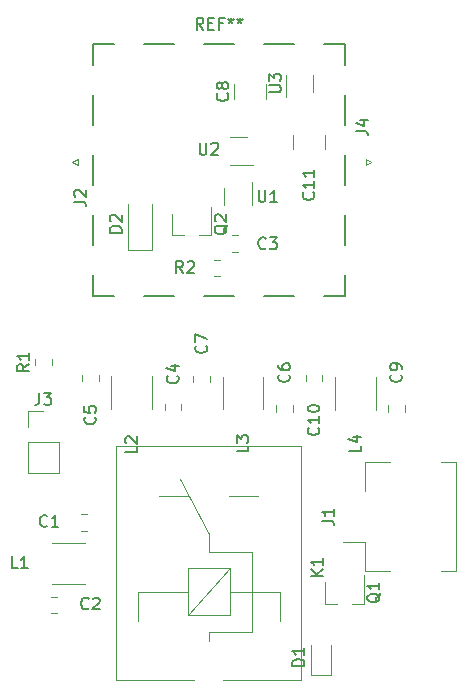
<source format=gbr>
G04 #@! TF.GenerationSoftware,KiCad,Pcbnew,(5.0.1-3-g963ef8bb5)*
G04 #@! TF.CreationDate,2018-11-12T17:33:24-05:00*
G04 #@! TF.ProjectId,Noise Source,4E6F69736520536F757263652E6B6963,rev?*
G04 #@! TF.SameCoordinates,Original*
G04 #@! TF.FileFunction,Legend,Top*
G04 #@! TF.FilePolarity,Positive*
%FSLAX46Y46*%
G04 Gerber Fmt 4.6, Leading zero omitted, Abs format (unit mm)*
G04 Created by KiCad (PCBNEW (5.0.1-3-g963ef8bb5)) date Monday, November 12, 2018 at 05:33:24 PM*
%MOMM*%
%LPD*%
G01*
G04 APERTURE LIST*
%ADD10C,0.150000*%
%ADD11C,0.120000*%
G04 APERTURE END LIST*
D10*
G04 #@! TO.C,REF\002A\002A*
X144680000Y-95050000D02*
X146510000Y-95050000D01*
X144680000Y-116450000D02*
X146510000Y-116450000D01*
X166080000Y-95050000D02*
X164250000Y-95050000D01*
X166080000Y-116450000D02*
X164250000Y-116450000D01*
X144680000Y-96880000D02*
X144680000Y-95050000D01*
X144680000Y-114620000D02*
X144680000Y-116450000D01*
X166080000Y-96880000D02*
X166080000Y-95050000D01*
X166080000Y-114620000D02*
X166080000Y-116450000D01*
X151590000Y-95050000D02*
X149010000Y-95050000D01*
X151590000Y-116450000D02*
X149010000Y-116450000D01*
X159170000Y-95050000D02*
X161750000Y-95050000D01*
X159170000Y-116450000D02*
X161750000Y-116450000D01*
X144680000Y-101960000D02*
X144680000Y-99380000D01*
X144680000Y-109540000D02*
X144680000Y-112120000D01*
X166080000Y-101960000D02*
X166080000Y-99380000D01*
X166080000Y-109540000D02*
X166080000Y-112120000D01*
X156670000Y-95050000D02*
X154090000Y-95050000D01*
X156670000Y-116450000D02*
X154090000Y-116450000D01*
X144680000Y-104460000D02*
X144680000Y-107040000D01*
X166080000Y-107040000D02*
X166080000Y-104460000D01*
D11*
G04 #@! TO.C,C4*
X150767491Y-126089287D02*
X150767491Y-125566783D01*
X152187491Y-126089287D02*
X152187491Y-125566783D01*
G04 #@! TO.C,C1*
X144195557Y-136288779D02*
X143673053Y-136288779D01*
X144195557Y-134868779D02*
X143673053Y-134868779D01*
G04 #@! TO.C,C2*
X141173053Y-143288779D02*
X141695557Y-143288779D01*
X141173053Y-141868779D02*
X141695557Y-141868779D01*
G04 #@! TO.C,C3*
X156463748Y-111290000D02*
X156986252Y-111290000D01*
X156463748Y-112710000D02*
X156986252Y-112710000D01*
G04 #@! TO.C,C5*
X143767491Y-123066783D02*
X143767491Y-123589287D01*
X145187491Y-123066783D02*
X145187491Y-123589287D01*
G04 #@! TO.C,C6*
X161631221Y-126195557D02*
X161631221Y-125673053D01*
X160211221Y-126195557D02*
X160211221Y-125673053D01*
G04 #@! TO.C,C7*
X154631221Y-123173053D02*
X154631221Y-123695557D01*
X153211221Y-123173053D02*
X153211221Y-123695557D01*
G04 #@! TO.C,C8*
X156640000Y-99702064D02*
X156640000Y-98497936D01*
X159360000Y-99702064D02*
X159360000Y-98497936D01*
G04 #@! TO.C,C9*
X171131221Y-126195557D02*
X171131221Y-125673053D01*
X169711221Y-126195557D02*
X169711221Y-125673053D01*
G04 #@! TO.C,C10*
X164131221Y-123123053D02*
X164131221Y-123645557D01*
X162711221Y-123123053D02*
X162711221Y-123645557D01*
G04 #@! TO.C,C11*
X161640000Y-102746936D02*
X161640000Y-103951064D01*
X164360000Y-102746936D02*
X164360000Y-103951064D01*
G04 #@! TO.C,D1*
X163150000Y-148500000D02*
X164850000Y-148500000D01*
X164850000Y-148500000D02*
X164850000Y-145950000D01*
X163150000Y-148500000D02*
X163150000Y-145950000D01*
G04 #@! TO.C,D2*
X147680000Y-112560000D02*
X149680000Y-112560000D01*
X149680000Y-112560000D02*
X149680000Y-108660000D01*
X147680000Y-112560000D02*
X147680000Y-108660000D01*
G04 #@! TO.C,J1*
X169840000Y-139710000D02*
X167740000Y-139710000D01*
X167740000Y-139710000D02*
X167740000Y-137260000D01*
X167740000Y-137260000D02*
X165850000Y-137260000D01*
X169840000Y-130490000D02*
X167740000Y-130490000D01*
X167740000Y-130490000D02*
X167740000Y-132940000D01*
X174160000Y-139710000D02*
X175460000Y-139710000D01*
X175460000Y-139710000D02*
X175460000Y-130490000D01*
X175460000Y-130490000D02*
X174160000Y-130490000D01*
G04 #@! TO.C,J2*
X143410000Y-104850000D02*
X142910000Y-105100000D01*
X143410000Y-105350000D02*
X143410000Y-104850000D01*
X142910000Y-105100000D02*
X143410000Y-105350000D01*
G04 #@! TO.C,J3*
X139170000Y-131370000D02*
X141830000Y-131370000D01*
X139170000Y-128770000D02*
X139170000Y-131370000D01*
X141830000Y-128770000D02*
X141830000Y-131370000D01*
X139170000Y-128770000D02*
X141830000Y-128770000D01*
X139170000Y-127500000D02*
X139170000Y-126170000D01*
X139170000Y-126170000D02*
X140500000Y-126170000D01*
G04 #@! TO.C,J4*
X168290000Y-105100000D02*
X167790000Y-104850000D01*
X167790000Y-104850000D02*
X167790000Y-105350000D01*
X167790000Y-105350000D02*
X168290000Y-105100000D01*
G04 #@! TO.C,K1*
X155700000Y-148900000D02*
X162300000Y-148900000D01*
X146700000Y-148900000D02*
X153300000Y-148900000D01*
X146700000Y-148900000D02*
X146700000Y-129100000D01*
X146700000Y-129100000D02*
X162300000Y-129100000D01*
X162300000Y-129100000D02*
X162300000Y-148900000D01*
X158700000Y-133350000D02*
X156250000Y-133350000D01*
X150300000Y-133350000D02*
X152800000Y-133350000D01*
X160550000Y-143950000D02*
X160550000Y-141450000D01*
X154550000Y-144850000D02*
X154550000Y-145650000D01*
X148550000Y-141450000D02*
X148550000Y-143950000D01*
X154550000Y-138050000D02*
X154550000Y-136550000D01*
X154550000Y-136550000D02*
X152050000Y-131950000D01*
X158150000Y-138050000D02*
X158150000Y-144850000D01*
X154550000Y-138050000D02*
X158150000Y-138050000D01*
X154550000Y-144850000D02*
X158150000Y-144850000D01*
X148550000Y-141450000D02*
X152750000Y-141450000D01*
X156350000Y-141450000D02*
X160550000Y-141450000D01*
X156350000Y-139450000D02*
X152750000Y-143450000D01*
X156350000Y-143450000D02*
X152750000Y-143450000D01*
X152750000Y-143450000D02*
X152750000Y-139450000D01*
X152750000Y-139450000D02*
X156350000Y-139450000D01*
X156350000Y-139450000D02*
X156350000Y-143450000D01*
G04 #@! TO.C,L1*
X141248053Y-137368779D02*
X144020557Y-137368779D01*
X141248053Y-140788779D02*
X144020557Y-140788779D01*
G04 #@! TO.C,L2*
X146267491Y-123191783D02*
X146267491Y-125964287D01*
X149687491Y-123191783D02*
X149687491Y-125964287D01*
G04 #@! TO.C,L3*
X155711221Y-126020557D02*
X155711221Y-123248053D01*
X159131221Y-126020557D02*
X159131221Y-123248053D01*
G04 #@! TO.C,L4*
X168631221Y-126070557D02*
X168631221Y-123298053D01*
X165211221Y-126070557D02*
X165211221Y-123298053D01*
G04 #@! TO.C,Q1*
X167650000Y-140050000D02*
X167650000Y-142450000D01*
X167650000Y-142450000D02*
X166600000Y-142450000D01*
X164350000Y-140650000D02*
X164350000Y-142450000D01*
X164350000Y-142450000D02*
X165400000Y-142450000D01*
G04 #@! TO.C,Q2*
X151400000Y-111270000D02*
X152450000Y-111270000D01*
X151400000Y-109470000D02*
X151400000Y-111270000D01*
X154700000Y-111270000D02*
X153650000Y-111270000D01*
X154700000Y-108870000D02*
X154700000Y-111270000D01*
G04 #@! TO.C,R1*
X139790000Y-122286252D02*
X139790000Y-121763748D01*
X141210000Y-122286252D02*
X141210000Y-121763748D01*
G04 #@! TO.C,R2*
X154973748Y-114760000D02*
X155496252Y-114760000D01*
X154973748Y-113340000D02*
X155496252Y-113340000D01*
G04 #@! TO.C,U1*
X158160000Y-108700000D02*
X158160000Y-106800000D01*
X155840000Y-107300000D02*
X155840000Y-108700000D01*
G04 #@! TO.C,U2*
X157750000Y-102990000D02*
X156350000Y-102990000D01*
X156350000Y-105310000D02*
X158250000Y-105310000D01*
G04 #@! TO.C,U3*
X161015000Y-97700000D02*
X161015000Y-99600000D01*
X163335000Y-99100000D02*
X163335000Y-97700000D01*
G04 #@! TO.C,REF\002A\002A*
D10*
X154046666Y-93852380D02*
X153713333Y-93376190D01*
X153475238Y-93852380D02*
X153475238Y-92852380D01*
X153856190Y-92852380D01*
X153951428Y-92900000D01*
X153999047Y-92947619D01*
X154046666Y-93042857D01*
X154046666Y-93185714D01*
X153999047Y-93280952D01*
X153951428Y-93328571D01*
X153856190Y-93376190D01*
X153475238Y-93376190D01*
X154475238Y-93328571D02*
X154808571Y-93328571D01*
X154951428Y-93852380D02*
X154475238Y-93852380D01*
X154475238Y-92852380D01*
X154951428Y-92852380D01*
X155713333Y-93328571D02*
X155380000Y-93328571D01*
X155380000Y-93852380D02*
X155380000Y-92852380D01*
X155856190Y-92852380D01*
X156380000Y-92852380D02*
X156380000Y-93090476D01*
X156141904Y-92995238D02*
X156380000Y-93090476D01*
X156618095Y-92995238D01*
X156237142Y-93280952D02*
X156380000Y-93090476D01*
X156522857Y-93280952D01*
X157141904Y-92852380D02*
X157141904Y-93090476D01*
X156903809Y-92995238D02*
X157141904Y-93090476D01*
X157380000Y-92995238D01*
X156999047Y-93280952D02*
X157141904Y-93090476D01*
X157284761Y-93280952D01*
G04 #@! TO.C,C4*
X151857142Y-123166666D02*
X151904761Y-123214285D01*
X151952380Y-123357142D01*
X151952380Y-123452380D01*
X151904761Y-123595238D01*
X151809523Y-123690476D01*
X151714285Y-123738095D01*
X151523809Y-123785714D01*
X151380952Y-123785714D01*
X151190476Y-123738095D01*
X151095238Y-123690476D01*
X151000000Y-123595238D01*
X150952380Y-123452380D01*
X150952380Y-123357142D01*
X151000000Y-123214285D01*
X151047619Y-123166666D01*
X151285714Y-122309523D02*
X151952380Y-122309523D01*
X150904761Y-122547619D02*
X151619047Y-122785714D01*
X151619047Y-122166666D01*
G04 #@! TO.C,C1*
X140833333Y-135857142D02*
X140785714Y-135904761D01*
X140642857Y-135952380D01*
X140547619Y-135952380D01*
X140404761Y-135904761D01*
X140309523Y-135809523D01*
X140261904Y-135714285D01*
X140214285Y-135523809D01*
X140214285Y-135380952D01*
X140261904Y-135190476D01*
X140309523Y-135095238D01*
X140404761Y-135000000D01*
X140547619Y-134952380D01*
X140642857Y-134952380D01*
X140785714Y-135000000D01*
X140833333Y-135047619D01*
X141785714Y-135952380D02*
X141214285Y-135952380D01*
X141500000Y-135952380D02*
X141500000Y-134952380D01*
X141404761Y-135095238D01*
X141309523Y-135190476D01*
X141214285Y-135238095D01*
G04 #@! TO.C,C2*
X144333333Y-142857142D02*
X144285714Y-142904761D01*
X144142857Y-142952380D01*
X144047619Y-142952380D01*
X143904761Y-142904761D01*
X143809523Y-142809523D01*
X143761904Y-142714285D01*
X143714285Y-142523809D01*
X143714285Y-142380952D01*
X143761904Y-142190476D01*
X143809523Y-142095238D01*
X143904761Y-142000000D01*
X144047619Y-141952380D01*
X144142857Y-141952380D01*
X144285714Y-142000000D01*
X144333333Y-142047619D01*
X144714285Y-142047619D02*
X144761904Y-142000000D01*
X144857142Y-141952380D01*
X145095238Y-141952380D01*
X145190476Y-142000000D01*
X145238095Y-142047619D01*
X145285714Y-142142857D01*
X145285714Y-142238095D01*
X145238095Y-142380952D01*
X144666666Y-142952380D01*
X145285714Y-142952380D01*
G04 #@! TO.C,C3*
X159333333Y-112357142D02*
X159285714Y-112404761D01*
X159142857Y-112452380D01*
X159047619Y-112452380D01*
X158904761Y-112404761D01*
X158809523Y-112309523D01*
X158761904Y-112214285D01*
X158714285Y-112023809D01*
X158714285Y-111880952D01*
X158761904Y-111690476D01*
X158809523Y-111595238D01*
X158904761Y-111500000D01*
X159047619Y-111452380D01*
X159142857Y-111452380D01*
X159285714Y-111500000D01*
X159333333Y-111547619D01*
X159666666Y-111452380D02*
X160285714Y-111452380D01*
X159952380Y-111833333D01*
X160095238Y-111833333D01*
X160190476Y-111880952D01*
X160238095Y-111928571D01*
X160285714Y-112023809D01*
X160285714Y-112261904D01*
X160238095Y-112357142D01*
X160190476Y-112404761D01*
X160095238Y-112452380D01*
X159809523Y-112452380D01*
X159714285Y-112404761D01*
X159666666Y-112357142D01*
G04 #@! TO.C,C5*
X144857142Y-126666666D02*
X144904761Y-126714285D01*
X144952380Y-126857142D01*
X144952380Y-126952380D01*
X144904761Y-127095238D01*
X144809523Y-127190476D01*
X144714285Y-127238095D01*
X144523809Y-127285714D01*
X144380952Y-127285714D01*
X144190476Y-127238095D01*
X144095238Y-127190476D01*
X144000000Y-127095238D01*
X143952380Y-126952380D01*
X143952380Y-126857142D01*
X144000000Y-126714285D01*
X144047619Y-126666666D01*
X143952380Y-125761904D02*
X143952380Y-126238095D01*
X144428571Y-126285714D01*
X144380952Y-126238095D01*
X144333333Y-126142857D01*
X144333333Y-125904761D01*
X144380952Y-125809523D01*
X144428571Y-125761904D01*
X144523809Y-125714285D01*
X144761904Y-125714285D01*
X144857142Y-125761904D01*
X144904761Y-125809523D01*
X144952380Y-125904761D01*
X144952380Y-126142857D01*
X144904761Y-126238095D01*
X144857142Y-126285714D01*
G04 #@! TO.C,C6*
X161278363Y-123075971D02*
X161325982Y-123123590D01*
X161373601Y-123266447D01*
X161373601Y-123361685D01*
X161325982Y-123504543D01*
X161230744Y-123599781D01*
X161135506Y-123647400D01*
X160945030Y-123695019D01*
X160802173Y-123695019D01*
X160611697Y-123647400D01*
X160516459Y-123599781D01*
X160421221Y-123504543D01*
X160373601Y-123361685D01*
X160373601Y-123266447D01*
X160421221Y-123123590D01*
X160468840Y-123075971D01*
X160373601Y-122218828D02*
X160373601Y-122409305D01*
X160421221Y-122504543D01*
X160468840Y-122552162D01*
X160611697Y-122647400D01*
X160802173Y-122695019D01*
X161183125Y-122695019D01*
X161278363Y-122647400D01*
X161325982Y-122599781D01*
X161373601Y-122504543D01*
X161373601Y-122314066D01*
X161325982Y-122218828D01*
X161278363Y-122171209D01*
X161183125Y-122123590D01*
X160945030Y-122123590D01*
X160849792Y-122171209D01*
X160802173Y-122218828D01*
X160754554Y-122314066D01*
X160754554Y-122504543D01*
X160802173Y-122599781D01*
X160849792Y-122647400D01*
X160945030Y-122695019D01*
G04 #@! TO.C,C7*
X154278363Y-120625971D02*
X154325982Y-120673590D01*
X154373601Y-120816447D01*
X154373601Y-120911685D01*
X154325982Y-121054543D01*
X154230744Y-121149781D01*
X154135506Y-121197400D01*
X153945030Y-121245019D01*
X153802173Y-121245019D01*
X153611697Y-121197400D01*
X153516459Y-121149781D01*
X153421221Y-121054543D01*
X153373601Y-120911685D01*
X153373601Y-120816447D01*
X153421221Y-120673590D01*
X153468840Y-120625971D01*
X153373601Y-120292638D02*
X153373601Y-119625971D01*
X154373601Y-120054543D01*
G04 #@! TO.C,C8*
X156077142Y-99266666D02*
X156124761Y-99314285D01*
X156172380Y-99457142D01*
X156172380Y-99552380D01*
X156124761Y-99695238D01*
X156029523Y-99790476D01*
X155934285Y-99838095D01*
X155743809Y-99885714D01*
X155600952Y-99885714D01*
X155410476Y-99838095D01*
X155315238Y-99790476D01*
X155220000Y-99695238D01*
X155172380Y-99552380D01*
X155172380Y-99457142D01*
X155220000Y-99314285D01*
X155267619Y-99266666D01*
X155600952Y-98695238D02*
X155553333Y-98790476D01*
X155505714Y-98838095D01*
X155410476Y-98885714D01*
X155362857Y-98885714D01*
X155267619Y-98838095D01*
X155220000Y-98790476D01*
X155172380Y-98695238D01*
X155172380Y-98504761D01*
X155220000Y-98409523D01*
X155267619Y-98361904D01*
X155362857Y-98314285D01*
X155410476Y-98314285D01*
X155505714Y-98361904D01*
X155553333Y-98409523D01*
X155600952Y-98504761D01*
X155600952Y-98695238D01*
X155648571Y-98790476D01*
X155696190Y-98838095D01*
X155791428Y-98885714D01*
X155981904Y-98885714D01*
X156077142Y-98838095D01*
X156124761Y-98790476D01*
X156172380Y-98695238D01*
X156172380Y-98504761D01*
X156124761Y-98409523D01*
X156077142Y-98361904D01*
X155981904Y-98314285D01*
X155791428Y-98314285D01*
X155696190Y-98361904D01*
X155648571Y-98409523D01*
X155600952Y-98504761D01*
G04 #@! TO.C,C9*
X170778363Y-123075971D02*
X170825982Y-123123590D01*
X170873601Y-123266447D01*
X170873601Y-123361685D01*
X170825982Y-123504543D01*
X170730744Y-123599781D01*
X170635506Y-123647400D01*
X170445030Y-123695019D01*
X170302173Y-123695019D01*
X170111697Y-123647400D01*
X170016459Y-123599781D01*
X169921221Y-123504543D01*
X169873601Y-123361685D01*
X169873601Y-123266447D01*
X169921221Y-123123590D01*
X169968840Y-123075971D01*
X170873601Y-122599781D02*
X170873601Y-122409305D01*
X170825982Y-122314066D01*
X170778363Y-122266447D01*
X170635506Y-122171209D01*
X170445030Y-122123590D01*
X170064078Y-122123590D01*
X169968840Y-122171209D01*
X169921221Y-122218828D01*
X169873601Y-122314066D01*
X169873601Y-122504543D01*
X169921221Y-122599781D01*
X169968840Y-122647400D01*
X170064078Y-122695019D01*
X170302173Y-122695019D01*
X170397411Y-122647400D01*
X170445030Y-122599781D01*
X170492649Y-122504543D01*
X170492649Y-122314066D01*
X170445030Y-122218828D01*
X170397411Y-122171209D01*
X170302173Y-122123590D01*
G04 #@! TO.C,C10*
X163778363Y-127552162D02*
X163825982Y-127599781D01*
X163873601Y-127742638D01*
X163873601Y-127837876D01*
X163825982Y-127980733D01*
X163730744Y-128075971D01*
X163635506Y-128123590D01*
X163445030Y-128171209D01*
X163302173Y-128171209D01*
X163111697Y-128123590D01*
X163016459Y-128075971D01*
X162921221Y-127980733D01*
X162873601Y-127837876D01*
X162873601Y-127742638D01*
X162921221Y-127599781D01*
X162968840Y-127552162D01*
X163873601Y-126599781D02*
X163873601Y-127171209D01*
X163873601Y-126885495D02*
X162873601Y-126885495D01*
X163016459Y-126980733D01*
X163111697Y-127075971D01*
X163159316Y-127171209D01*
X162873601Y-125980733D02*
X162873601Y-125885495D01*
X162921221Y-125790257D01*
X162968840Y-125742638D01*
X163064078Y-125695019D01*
X163254554Y-125647400D01*
X163492649Y-125647400D01*
X163683125Y-125695019D01*
X163778363Y-125742638D01*
X163825982Y-125790257D01*
X163873601Y-125885495D01*
X163873601Y-125980733D01*
X163825982Y-126075971D01*
X163778363Y-126123590D01*
X163683125Y-126171209D01*
X163492649Y-126218828D01*
X163254554Y-126218828D01*
X163064078Y-126171209D01*
X162968840Y-126123590D01*
X162921221Y-126075971D01*
X162873601Y-125980733D01*
G04 #@! TO.C,C11*
X163357142Y-107642857D02*
X163404761Y-107690476D01*
X163452380Y-107833333D01*
X163452380Y-107928571D01*
X163404761Y-108071428D01*
X163309523Y-108166666D01*
X163214285Y-108214285D01*
X163023809Y-108261904D01*
X162880952Y-108261904D01*
X162690476Y-108214285D01*
X162595238Y-108166666D01*
X162500000Y-108071428D01*
X162452380Y-107928571D01*
X162452380Y-107833333D01*
X162500000Y-107690476D01*
X162547619Y-107642857D01*
X163452380Y-106690476D02*
X163452380Y-107261904D01*
X163452380Y-106976190D02*
X162452380Y-106976190D01*
X162595238Y-107071428D01*
X162690476Y-107166666D01*
X162738095Y-107261904D01*
X163452380Y-105738095D02*
X163452380Y-106309523D01*
X163452380Y-106023809D02*
X162452380Y-106023809D01*
X162595238Y-106119047D01*
X162690476Y-106214285D01*
X162738095Y-106309523D01*
G04 #@! TO.C,D1*
X162602380Y-147738095D02*
X161602380Y-147738095D01*
X161602380Y-147500000D01*
X161650000Y-147357142D01*
X161745238Y-147261904D01*
X161840476Y-147214285D01*
X162030952Y-147166666D01*
X162173809Y-147166666D01*
X162364285Y-147214285D01*
X162459523Y-147261904D01*
X162554761Y-147357142D01*
X162602380Y-147500000D01*
X162602380Y-147738095D01*
X162602380Y-146214285D02*
X162602380Y-146785714D01*
X162602380Y-146500000D02*
X161602380Y-146500000D01*
X161745238Y-146595238D01*
X161840476Y-146690476D01*
X161888095Y-146785714D01*
G04 #@! TO.C,D2*
X147132380Y-111048095D02*
X146132380Y-111048095D01*
X146132380Y-110810000D01*
X146180000Y-110667142D01*
X146275238Y-110571904D01*
X146370476Y-110524285D01*
X146560952Y-110476666D01*
X146703809Y-110476666D01*
X146894285Y-110524285D01*
X146989523Y-110571904D01*
X147084761Y-110667142D01*
X147132380Y-110810000D01*
X147132380Y-111048095D01*
X146227619Y-110095714D02*
X146180000Y-110048095D01*
X146132380Y-109952857D01*
X146132380Y-109714761D01*
X146180000Y-109619523D01*
X146227619Y-109571904D01*
X146322857Y-109524285D01*
X146418095Y-109524285D01*
X146560952Y-109571904D01*
X147132380Y-110143333D01*
X147132380Y-109524285D01*
G04 #@! TO.C,J1*
X164107380Y-135433333D02*
X164821666Y-135433333D01*
X164964523Y-135480952D01*
X165059761Y-135576190D01*
X165107380Y-135719047D01*
X165107380Y-135814285D01*
X165107380Y-134433333D02*
X165107380Y-135004761D01*
X165107380Y-134719047D02*
X164107380Y-134719047D01*
X164250238Y-134814285D01*
X164345476Y-134909523D01*
X164393095Y-135004761D01*
G04 #@! TO.C,J2*
X143112380Y-108433333D02*
X143826666Y-108433333D01*
X143969523Y-108480952D01*
X144064761Y-108576190D01*
X144112380Y-108719047D01*
X144112380Y-108814285D01*
X143207619Y-108004761D02*
X143160000Y-107957142D01*
X143112380Y-107861904D01*
X143112380Y-107623809D01*
X143160000Y-107528571D01*
X143207619Y-107480952D01*
X143302857Y-107433333D01*
X143398095Y-107433333D01*
X143540952Y-107480952D01*
X144112380Y-108052380D01*
X144112380Y-107433333D01*
G04 #@! TO.C,J3*
X140166666Y-124622380D02*
X140166666Y-125336666D01*
X140119047Y-125479523D01*
X140023809Y-125574761D01*
X139880952Y-125622380D01*
X139785714Y-125622380D01*
X140547619Y-124622380D02*
X141166666Y-124622380D01*
X140833333Y-125003333D01*
X140976190Y-125003333D01*
X141071428Y-125050952D01*
X141119047Y-125098571D01*
X141166666Y-125193809D01*
X141166666Y-125431904D01*
X141119047Y-125527142D01*
X141071428Y-125574761D01*
X140976190Y-125622380D01*
X140690476Y-125622380D01*
X140595238Y-125574761D01*
X140547619Y-125527142D01*
G04 #@! TO.C,J4*
X166992380Y-102433333D02*
X167706666Y-102433333D01*
X167849523Y-102480952D01*
X167944761Y-102576190D01*
X167992380Y-102719047D01*
X167992380Y-102814285D01*
X167325714Y-101528571D02*
X167992380Y-101528571D01*
X166944761Y-101766666D02*
X167659047Y-102004761D01*
X167659047Y-101385714D01*
G04 #@! TO.C,K1*
X164152380Y-140138095D02*
X163152380Y-140138095D01*
X164152380Y-139566666D02*
X163580952Y-139995238D01*
X163152380Y-139566666D02*
X163723809Y-140138095D01*
X164152380Y-138614285D02*
X164152380Y-139185714D01*
X164152380Y-138900000D02*
X163152380Y-138900000D01*
X163295238Y-138995238D01*
X163390476Y-139090476D01*
X163438095Y-139185714D01*
G04 #@! TO.C,L1*
X138333333Y-139452380D02*
X137857142Y-139452380D01*
X137857142Y-138452380D01*
X139190476Y-139452380D02*
X138619047Y-139452380D01*
X138904761Y-139452380D02*
X138904761Y-138452380D01*
X138809523Y-138595238D01*
X138714285Y-138690476D01*
X138619047Y-138738095D01*
G04 #@! TO.C,L2*
X148452380Y-129166666D02*
X148452380Y-129642857D01*
X147452380Y-129642857D01*
X147547619Y-128880952D02*
X147500000Y-128833333D01*
X147452380Y-128738095D01*
X147452380Y-128500000D01*
X147500000Y-128404761D01*
X147547619Y-128357142D01*
X147642857Y-128309523D01*
X147738095Y-128309523D01*
X147880952Y-128357142D01*
X148452380Y-128928571D01*
X148452380Y-128309523D01*
G04 #@! TO.C,L3*
X157873601Y-129075971D02*
X157873601Y-129552162D01*
X156873601Y-129552162D01*
X156873601Y-128837876D02*
X156873601Y-128218828D01*
X157254554Y-128552162D01*
X157254554Y-128409305D01*
X157302173Y-128314066D01*
X157349792Y-128266447D01*
X157445030Y-128218828D01*
X157683125Y-128218828D01*
X157778363Y-128266447D01*
X157825982Y-128314066D01*
X157873601Y-128409305D01*
X157873601Y-128695019D01*
X157825982Y-128790257D01*
X157778363Y-128837876D01*
G04 #@! TO.C,L4*
X167373601Y-129075971D02*
X167373601Y-129552162D01*
X166373601Y-129552162D01*
X166706935Y-128314066D02*
X167373601Y-128314066D01*
X166325982Y-128552162D02*
X167040268Y-128790257D01*
X167040268Y-128171209D01*
G04 #@! TO.C,Q1*
X169047619Y-141595238D02*
X169000000Y-141690476D01*
X168904761Y-141785714D01*
X168761904Y-141928571D01*
X168714285Y-142023809D01*
X168714285Y-142119047D01*
X168952380Y-142071428D02*
X168904761Y-142166666D01*
X168809523Y-142261904D01*
X168619047Y-142309523D01*
X168285714Y-142309523D01*
X168095238Y-142261904D01*
X168000000Y-142166666D01*
X167952380Y-142071428D01*
X167952380Y-141880952D01*
X168000000Y-141785714D01*
X168095238Y-141690476D01*
X168285714Y-141642857D01*
X168619047Y-141642857D01*
X168809523Y-141690476D01*
X168904761Y-141785714D01*
X168952380Y-141880952D01*
X168952380Y-142071428D01*
X168952380Y-140690476D02*
X168952380Y-141261904D01*
X168952380Y-140976190D02*
X167952380Y-140976190D01*
X168095238Y-141071428D01*
X168190476Y-141166666D01*
X168238095Y-141261904D01*
G04 #@! TO.C,Q2*
X156097619Y-110415238D02*
X156050000Y-110510476D01*
X155954761Y-110605714D01*
X155811904Y-110748571D01*
X155764285Y-110843809D01*
X155764285Y-110939047D01*
X156002380Y-110891428D02*
X155954761Y-110986666D01*
X155859523Y-111081904D01*
X155669047Y-111129523D01*
X155335714Y-111129523D01*
X155145238Y-111081904D01*
X155050000Y-110986666D01*
X155002380Y-110891428D01*
X155002380Y-110700952D01*
X155050000Y-110605714D01*
X155145238Y-110510476D01*
X155335714Y-110462857D01*
X155669047Y-110462857D01*
X155859523Y-110510476D01*
X155954761Y-110605714D01*
X156002380Y-110700952D01*
X156002380Y-110891428D01*
X155097619Y-110081904D02*
X155050000Y-110034285D01*
X155002380Y-109939047D01*
X155002380Y-109700952D01*
X155050000Y-109605714D01*
X155097619Y-109558095D01*
X155192857Y-109510476D01*
X155288095Y-109510476D01*
X155430952Y-109558095D01*
X156002380Y-110129523D01*
X156002380Y-109510476D01*
G04 #@! TO.C,R1*
X139302380Y-122191666D02*
X138826190Y-122525000D01*
X139302380Y-122763095D02*
X138302380Y-122763095D01*
X138302380Y-122382142D01*
X138350000Y-122286904D01*
X138397619Y-122239285D01*
X138492857Y-122191666D01*
X138635714Y-122191666D01*
X138730952Y-122239285D01*
X138778571Y-122286904D01*
X138826190Y-122382142D01*
X138826190Y-122763095D01*
X139302380Y-121239285D02*
X139302380Y-121810714D01*
X139302380Y-121525000D02*
X138302380Y-121525000D01*
X138445238Y-121620238D01*
X138540476Y-121715476D01*
X138588095Y-121810714D01*
G04 #@! TO.C,R2*
X152333333Y-114452380D02*
X152000000Y-113976190D01*
X151761904Y-114452380D02*
X151761904Y-113452380D01*
X152142857Y-113452380D01*
X152238095Y-113500000D01*
X152285714Y-113547619D01*
X152333333Y-113642857D01*
X152333333Y-113785714D01*
X152285714Y-113880952D01*
X152238095Y-113928571D01*
X152142857Y-113976190D01*
X151761904Y-113976190D01*
X152714285Y-113547619D02*
X152761904Y-113500000D01*
X152857142Y-113452380D01*
X153095238Y-113452380D01*
X153190476Y-113500000D01*
X153238095Y-113547619D01*
X153285714Y-113642857D01*
X153285714Y-113738095D01*
X153238095Y-113880952D01*
X152666666Y-114452380D01*
X153285714Y-114452380D01*
G04 #@! TO.C,U1*
X158738095Y-107452380D02*
X158738095Y-108261904D01*
X158785714Y-108357142D01*
X158833333Y-108404761D01*
X158928571Y-108452380D01*
X159119047Y-108452380D01*
X159214285Y-108404761D01*
X159261904Y-108357142D01*
X159309523Y-108261904D01*
X159309523Y-107452380D01*
X160309523Y-108452380D02*
X159738095Y-108452380D01*
X160023809Y-108452380D02*
X160023809Y-107452380D01*
X159928571Y-107595238D01*
X159833333Y-107690476D01*
X159738095Y-107738095D01*
G04 #@! TO.C,U2*
X153738095Y-103452380D02*
X153738095Y-104261904D01*
X153785714Y-104357142D01*
X153833333Y-104404761D01*
X153928571Y-104452380D01*
X154119047Y-104452380D01*
X154214285Y-104404761D01*
X154261904Y-104357142D01*
X154309523Y-104261904D01*
X154309523Y-103452380D01*
X154738095Y-103547619D02*
X154785714Y-103500000D01*
X154880952Y-103452380D01*
X155119047Y-103452380D01*
X155214285Y-103500000D01*
X155261904Y-103547619D01*
X155309523Y-103642857D01*
X155309523Y-103738095D01*
X155261904Y-103880952D01*
X154690476Y-104452380D01*
X155309523Y-104452380D01*
G04 #@! TO.C,U3*
X159627380Y-99161904D02*
X160436904Y-99161904D01*
X160532142Y-99114285D01*
X160579761Y-99066666D01*
X160627380Y-98971428D01*
X160627380Y-98780952D01*
X160579761Y-98685714D01*
X160532142Y-98638095D01*
X160436904Y-98590476D01*
X159627380Y-98590476D01*
X159627380Y-98209523D02*
X159627380Y-97590476D01*
X160008333Y-97923809D01*
X160008333Y-97780952D01*
X160055952Y-97685714D01*
X160103571Y-97638095D01*
X160198809Y-97590476D01*
X160436904Y-97590476D01*
X160532142Y-97638095D01*
X160579761Y-97685714D01*
X160627380Y-97780952D01*
X160627380Y-98066666D01*
X160579761Y-98161904D01*
X160532142Y-98209523D01*
G04 #@! TD*
M02*

</source>
